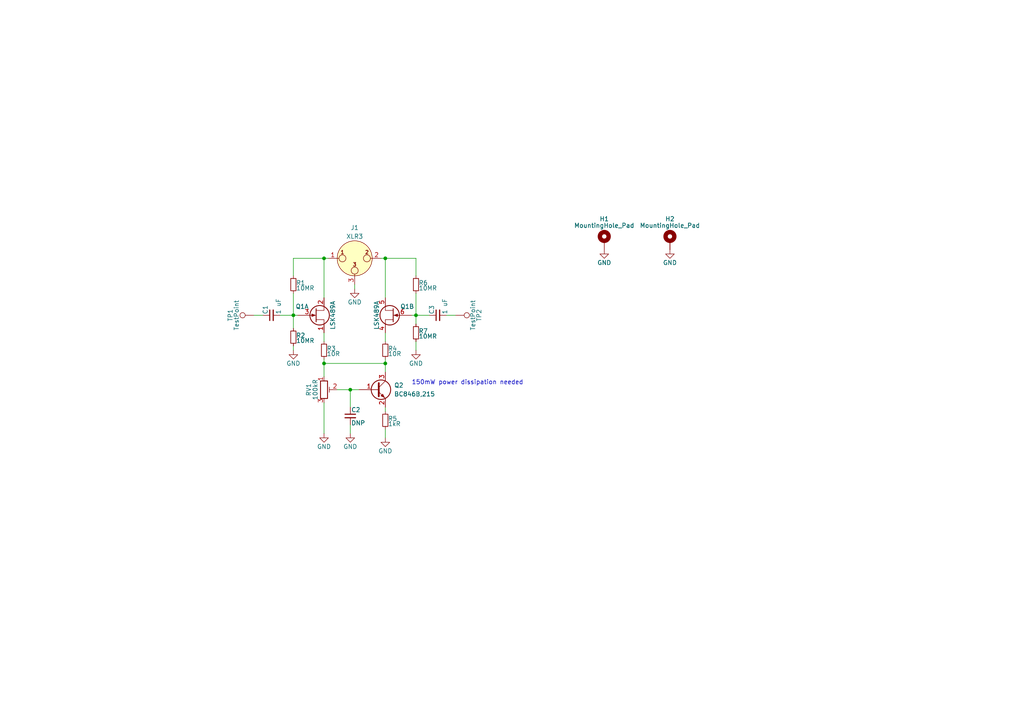
<source format=kicad_sch>
(kicad_sch (version 20211123) (generator eeschema)
  (paper "A4")
  (lib_symbols
    (symbol "Connector:TestPoint" (pin_numbers hide) (pin_names (offset 0.762) hide)
      (property "Reference" "TP" (at 0 6.858 0))
      (property "Value" "TestPoint" (at 0 5.08 0))
      (symbol "TestPoint_0_1"
        (circle (center 0 3.302) (radius 0.762))
      )
      (symbol "TestPoint_1_1"
        (pin passive line (at 0 0 90) (length 2.54) (name "1") (number "1"))
      )
    )
    (symbol "Connector:XLR3" (pin_names hide)
      (property "Reference" "J" (at 0 8.89 0))
      (property "Value" "XLR3" (at 0 6.35 0))
      (symbol "XLR3_0_1"
        (circle (center -3.556 0) (radius 1.016))
        (circle (center 0 -3.556) (radius 1.016))
        (polyline (pts (xy -5.08 0) (xy -4.572 0)))
        (polyline (pts (xy 0 -5.08) (xy 0 -4.572)))
        (polyline (pts (xy 5.08 0) (xy 4.572 0)))
        (circle (center 0 0) (radius 5.08) (fill (type background)))
        (circle (center 3.556 0) (radius 1.016))
        (text "1" (at -3.556 1.778 0) (effects (font (size 1.016 1.016) bold)))
        (text "2" (at 3.556 1.778 0) (effects (font (size 1.016 1.016) bold)))
        (text "3" (at 0 -1.778 0) (effects (font (size 1.016 1.016) bold)))
        (pin passive line (at -7.62 0 0) (length 2.54) (name "~") (number "1"))
        (pin passive line (at 7.62 0 180) (length 2.54) (name "~") (number "2"))
        (pin passive line (at 0 -7.62 90) (length 2.54) (name "~") (number "3"))
      )
    )
    (symbol "Device:C_Small" (pin_numbers hide) (pin_names (offset 0.254) hide)
      (property "Reference" "C" (at 0.254 1.778 0))
      (property "Value" "C_Small" (at 0.254 -2.032 0))
      (symbol "C_Small_0_1"
        (polyline (pts (xy -1.524 -0.508) (xy 1.524 -0.508)) (stroke (width 0.3302)))
        (polyline (pts (xy -1.524 0.508) (xy 1.524 0.508)) (stroke (width 0.3048)))
      )
      (symbol "C_Small_1_1"
        (pin passive line (at 0 2.54 270) (length 2.032) (name "~") (number "1"))
        (pin passive line (at 0 -2.54 90) (length 2.032) (name "~") (number "2"))
      )
    )
    (symbol "Device:Q_NPN_BEC" (pin_names (offset 0) hide)
      (property "Reference" "Q" (at 5.08 1.27 0))
      (property "Value" "Q_NPN_BEC" (at 5.08 -1.27 0))
      (symbol "Q_NPN_BEC_0_1"
        (polyline (pts (xy 0.635 0.635) (xy 2.54 2.54)))
        (polyline (pts (xy 0.635 -0.635) (xy 2.54 -2.54) (xy 2.54 -2.54)))
        (polyline (pts (xy 0.635 1.905) (xy 0.635 -1.905) (xy 0.635 -1.905)) (stroke (width 0.508)))
        (polyline (pts (xy 1.27 -1.778) (xy 1.778 -1.27) (xy 2.286 -2.286) (xy 1.27 -1.778) (xy 1.27 -1.778)) (fill (type outline)))
        (circle (center 1.27 0) (radius 2.8194) (stroke (width 0.254)))
      )
      (symbol "Q_NPN_BEC_1_1"
        (pin input line (at -5.08 0 0) (length 5.715) (name "B") (number "1"))
        (pin passive line (at 2.54 -5.08 90) (length 2.54) (name "E") (number "2"))
        (pin passive line (at 2.54 5.08 270) (length 2.54) (name "C") (number "3"))
      )
    )
    (symbol "Device:R_Potentiometer_Trim" (pin_names (offset 1.016) hide)
      (property "Reference" "RV" (at -4.445 0 90))
      (property "Value" "R_Potentiometer_Trim" (at -2.54 0 90))
      (symbol "R_Potentiometer_Trim_0_1"
        (polyline (pts (xy 1.524 0.762) (xy 1.524 -0.762)))
        (polyline (pts (xy 2.54 0) (xy 1.524 0)))
        (rectangle (start 1.016 2.54) (end -1.016 -2.54) (stroke (width 0.254)))
      )
      (symbol "R_Potentiometer_Trim_1_1"
        (pin passive line (at 0 3.81 270) (length 1.27) (name "1") (number "1"))
        (pin passive line (at 3.81 0 180) (length 1.27) (name "2") (number "2"))
        (pin passive line (at 0 -3.81 90) (length 1.27) (name "3") (number "3"))
      )
    )
    (symbol "Device:R_Small" (pin_numbers hide) (pin_names (offset 0.254) hide)
      (property "Reference" "R" (at 0.762 0.508 0))
      (property "Value" "R_Small" (at 0.762 -1.016 0))
      (symbol "R_Small_0_1"
        (rectangle (start -0.762 1.778) (end 0.762 -1.778) (stroke (width 0.2032)))
      )
      (symbol "R_Small_1_1"
        (pin passive line (at 0 2.54 270) (length 0.762) (name "~") (number "1"))
        (pin passive line (at 0 -2.54 90) (length 0.762) (name "~") (number "2"))
      )
    )
    (symbol "Mechanical:MountingHole_Pad" (pin_numbers hide) (pin_names (offset 1.016) hide)
      (property "Reference" "H" (at 0 6.35 0))
      (property "Value" "MountingHole_Pad" (at 0 4.445 0))
      (symbol "MountingHole_Pad_0_1"
        (circle (center 0 1.27) (radius 1.27) (stroke (width 1.27)))
      )
      (symbol "MountingHole_Pad_1_1"
        (pin input line (at 0 -2.54 90) (length 2.54) (name "1") (number "1"))
      )
    )
    (symbol "power:GND" (power) (pin_names (offset 0))
      (property "Value" "GND" (at 0 -3.81 0))
      (symbol "GND_0_1"
        (polyline (pts (xy 0 0) (xy 0 -1.27) (xy 1.27 -1.27) (xy 0 -2.54) (xy -1.27 -1.27) (xy 0 -1.27)))
      )
      (symbol "GND_1_1"
        (pin power_in line (at 0 0 270) (length 0) hide (name "GND") (number "1"))
      )
    )
    (symbol "preamp-parts:LSK489A" (pin_names hide)
      (property "Reference" "Q" (at -5.08 2.54 0))
      (property "Value" "LSK489A" (at 3.81 0 90))
      (symbol "LSK489A_0_1"
        (polyline (pts (xy -1.016 1.905) (xy -1.016 -1.905) (xy -1.016 -1.905)) (stroke (width 0.254)))
        (polyline (pts (xy 1.27 -2.54) (xy 1.27 -1.27) (xy -1.016 -1.27)))
        (polyline (pts (xy 1.27 2.54) (xy 1.27 1.397) (xy -1.016 1.397)))
        (polyline (pts (xy -1.27 0) (xy -2.286 0.381) (xy -2.286 -0.381) (xy -1.27 0)) (fill (type outline)))
        (circle (center 0 0) (radius 2.8194) (stroke (width 0.254)))
      )
      (symbol "LSK489A_1_1"
        (pin passive line (at 1.27 -5.08 90) (length 2.54) (name "S1") (number "1"))
        (pin passive line (at 1.27 5.08 270) (length 2.54) (name "D1") (number "2"))
        (pin input line (at -6.35 0 0) (length 5.334) (name "G1") (number "3"))
      )
      (symbol "LSK489A_2_1"
        (pin passive line (at 1.27 -5.08 90) (length 2.54) (name "S2") (number "4"))
        (pin passive line (at 1.27 5.08 270) (length 2.54) (name "D2") (number "5"))
        (pin input line (at -6.35 0 0) (length 5.334) (name "G2") (number "6"))
      )
    )
  )
  (junction (at 93.98 105.41))
  (junction (at 101.6 113.03))
  (junction (at 93.98 74.93))
  (junction (at 85.09 91.44))
  (junction (at 111.76 105.41))
  (junction (at 120.65 91.44))
  (junction (at 111.76 74.93))
  (wire (pts (xy 97.79 113.03) (xy 101.6 113.03)))
  (wire (pts (xy 120.65 74.93) (xy 111.76 74.93)))
  (wire (pts (xy 111.76 74.93) (xy 111.76 86.36)))
  (wire (pts (xy 95.25 74.93) (xy 93.98 74.93)))
  (wire (pts (xy 85.09 74.93) (xy 93.98 74.93)))
  (wire (pts (xy 93.98 96.52) (xy 93.98 99.06)))
  (wire (pts (xy 85.09 100.33) (xy 85.09 101.6)))
  (wire (pts (xy 73.66 91.44) (xy 76.2 91.44)))
  (wire (pts (xy 120.65 91.44) (xy 124.46 91.44)))
  (wire (pts (xy 120.65 91.44) (xy 120.65 93.98)))
  (wire (pts (xy 111.76 105.41) (xy 111.76 107.95)))
  (wire (pts (xy 111.76 127) (xy 111.76 124.46)))
  (wire (pts (xy 85.09 91.44) (xy 86.36 91.44)))
  (wire (pts (xy 85.09 80.01) (xy 85.09 74.93)))
  (wire (pts (xy 102.87 82.55) (xy 102.87 83.82)))
  (wire (pts (xy 85.09 85.09) (xy 85.09 91.44)))
  (wire (pts (xy 101.6 113.03) (xy 101.6 118.11)))
  (wire (pts (xy 93.98 74.93) (xy 93.98 86.36)))
  (wire (pts (xy 81.28 91.44) (xy 85.09 91.44)))
  (wire (pts (xy 93.98 105.41) (xy 111.76 105.41)))
  (wire (pts (xy 93.98 105.41) (xy 93.98 109.22)))
  (wire (pts (xy 111.76 105.41) (xy 111.76 104.14)))
  (wire (pts (xy 111.76 96.52) (xy 111.76 99.06)))
  (wire (pts (xy 111.76 118.11) (xy 111.76 119.38)))
  (wire (pts (xy 110.49 74.93) (xy 111.76 74.93)))
  (wire (pts (xy 93.98 104.14) (xy 93.98 105.41)))
  (wire (pts (xy 129.54 91.44) (xy 132.08 91.44)))
  (wire (pts (xy 93.98 116.84) (xy 93.98 125.73)))
  (wire (pts (xy 85.09 91.44) (xy 85.09 95.25)))
  (wire (pts (xy 120.65 99.06) (xy 120.65 101.6)))
  (wire (pts (xy 101.6 113.03) (xy 104.14 113.03)))
  (wire (pts (xy 120.65 80.01) (xy 120.65 74.93)))
  (wire (pts (xy 120.65 91.44) (xy 119.38 91.44)))
  (wire (pts (xy 120.65 85.09) (xy 120.65 91.44)))
  (wire (pts (xy 101.6 123.19) (xy 101.6 125.73)))
  (text "150mW power dissipation needed" (at 119.38 111.76 0) (effects (font (size 1.27 1.27)) (justify left bottom)))
  (symbol (lib_id "power:GND") (at 102.87 83.82 0) (unit 1)
    (property "Reference" "#PWR04" (effects hide))
    (property "Value" "GND" (at 102.87 87.63 0))
  )
  (symbol (lib_id "power:GND") (at 120.65 101.6 0) (unit 1)
    (property "Reference" "#PWR06" (effects hide))
    (property "Value" "GND" (at 120.65 105.41 0))
  )
  (symbol (lib_id "Device:R_Small") (at 111.76 101.6 0) (unit 1)
    (property "Reference" "R4" (at 112.522 101.092 0) (effects (justify left)))
    (property "Value" "10R" (at 112.522 102.616 0) (effects (justify left)))
    (property "Footprint" "Resistor_SMD:R_0402_1005Metric_Pad0.72x0.64mm_HandSolder" (effects hide))
    (property "Digikey" "A119919CT-ND" (effects hide))
  )
  (symbol (lib_id "Device:R_Small") (at 85.09 82.55 0) (unit 1)
    (property "Reference" "R1" (at 85.852 82.042 0) (effects (justify left)))
    (property "Value" "10MR" (at 85.852 83.566 0) (effects (justify left)))
    (property "Footprint" "Resistor_SMD:R_0603_1608Metric_Pad0.98x0.95mm_HandSolder" (effects hide))
    (property "Digikey" "RHM10.0MAYCT-ND" (effects hide))
  )
  (symbol (lib_id "Mechanical:MountingHole_Pad") (at 175.26 69.85 0) (unit 1)
    (property "Reference" "H1" (at 175.26 63.5 0))
    (property "Value" "MountingHole_Pad" (at 175.26 65.405 0))
    (property "Footprint" "MountingHole:MountingHole_2.7mm_M2.5_DIN965_Pad" (effects hide))
  )
  (symbol (lib_id "Device:R_Small") (at 111.76 121.92 0) (unit 1)
    (property "Reference" "R5" (at 112.522 121.412 0) (effects (justify left)))
    (property "Value" "1kR" (at 112.522 122.936 0) (effects (justify left)))
    (property "Footprint" "Resistor_SMD:R_0805_2012Metric_Pad1.20x1.40mm_HandSolder" (effects hide))
    (property "Digikey" "RNCP0805FTD1K00CT-ND" (effects hide))
  )
  (symbol (lib_id "Device:R_Small") (at 120.65 96.52 0) (unit 1)
    (property "Reference" "R7" (at 121.412 96.012 0) (effects (justify left)))
    (property "Value" "10MR" (at 121.412 97.536 0) (effects (justify left)))
    (property "Footprint" "Resistor_SMD:R_0603_1608Metric_Pad0.98x0.95mm_HandSolder" (effects hide))
    (property "Digikey" "RHM10.0MAYCT-ND" (effects hide))
  )
  (symbol (lib_id "Device:Q_NPN_BEC") (at 109.22 113.03 0) (unit 1)
    (property "Reference" "Q2" (at 114.3 111.76 0) (effects (justify left)))
    (property "Value" "BC846B,215" (at 114.3 114.3 0) (effects (justify left)))
    (property "Footprint" "Package_TO_SOT_SMD:SOT-323_SC-70_Handsoldering" (effects hide))
    (property "Digikey" "1727-2920-2-ND" (effects hide))
  )
  (symbol (lib_id "preamp-parts:LSK489A") (at 92.71 91.44 0) (unit 1)
    (property "Reference" "Q1" (at 87.63 88.9 0))
    (property "Value" "LSK489A" (at 96.52 91.44 90))
    (property "Footprint" "Package_TO_SOT_THT:TO-39-6" (effects hide))
  )
  (symbol (lib_id "power:GND") (at 93.98 125.73 0) (unit 1)
    (property "Reference" "#PWR02" (effects hide))
    (property "Value" "GND" (at 93.98 129.54 0))
  )
  (symbol (lib_id "Connector:TestPoint") (at 73.66 91.44 90) (unit 1)
    (property "Reference" "TP1" (at 66.802 91.44 0))
    (property "Value" "TestPoint" (at 68.58 91.44 0))
    (property "Footprint" "Connector_PinHeader_2.54mm:PinHeader_1x01_P2.54mm_Vertical" (effects hide))
  )
  (symbol (lib_id "Connector:XLR3") (at 102.87 74.93 0) (unit 1)
    (property "Reference" "J1" (at 102.87 66.04 0))
    (property "Value" "XLR3" (at 102.87 68.58 0))
    (property "Footprint" "Connector_Audio:Jack_XLR_Neutrik_NC3MAAH-0_Horizontal" (effects hide))
    (property "Datasheet" " ~" (effects hide))
    (property "Mouser" " 568-NC3MAAH-0" (effects hide))
  )
  (symbol (lib_id "power:GND") (at 111.76 127 0) (unit 1)
    (property "Reference" "#PWR05" (effects hide))
    (property "Value" "GND" (at 111.76 130.81 0))
  )
  (symbol (lib_id "power:GND") (at 194.31 72.39 0) (unit 1)
    (property "Reference" "#PWR08" (effects hide))
    (property "Value" "GND" (at 194.31 76.2 0))
  )
  (symbol (lib_id "power:GND") (at 85.09 101.6 0) (unit 1)
    (property "Reference" "#PWR01" (effects hide))
    (property "Value" "GND" (at 85.09 105.41 0))
  )
  (symbol (lib_id "Device:C_Small") (at 127 91.44 90) (unit 1)
    (property "Reference" "C3" (at 125.222 91.186 0) (effects (justify left)))
    (property "Value" "1 uF" (at 129.032 91.186 0) (effects (justify left)))
    (property "Footprint" "Capacitor_THT:C_Rect_L7.2mm_W5.5mm_P5.00mm_FKS2_FKP2_MKS2_MKP2" (effects hide))
    (property "Digikey" "399-5447-1-ND" (effects hide))
  )
  (symbol (lib_id "Device:C_Small") (at 78.74 91.44 90) (unit 1)
    (property "Reference" "C1" (at 76.962 91.186 0) (effects (justify left)))
    (property "Value" "1 uF" (at 80.772 91.186 0) (effects (justify left)))
    (property "Footprint" "Capacitor_THT:C_Rect_L7.2mm_W5.5mm_P5.00mm_FKS2_FKP2_MKS2_MKP2" (effects hide))
    (property "Digikey" "399-5447-1-ND" (effects hide))
  )
  (symbol (lib_id "power:GND") (at 175.26 72.39 0) (unit 1)
    (property "Reference" "#PWR07" (effects hide))
    (property "Value" "GND" (at 175.26 76.2 0))
  )
  (symbol (lib_id "Device:R_Small") (at 85.09 97.79 0) (unit 1)
    (property "Reference" "R2" (at 85.852 97.282 0) (effects (justify left)))
    (property "Value" "10MR" (at 85.852 98.806 0) (effects (justify left)))
    (property "Footprint" "Resistor_SMD:R_0603_1608Metric_Pad0.98x0.95mm_HandSolder" (effects hide))
    (property "Digikey" "RHM10.0MAYCT-ND" (effects hide))
  )
  (symbol (lib_id "Connector:TestPoint") (at 132.08 91.44 270) (unit 1)
    (property "Reference" "TP2" (at 138.938 91.44 0))
    (property "Value" "TestPoint" (at 137.16 91.44 0))
    (property "Footprint" "Connector_PinHeader_2.54mm:PinHeader_1x01_P2.54mm_Vertical" (effects hide))
  )
  (symbol (lib_id "power:GND") (at 101.6 125.73 0) (unit 1)
    (property "Reference" "#PWR03" (effects hide))
    (property "Value" "GND" (at 101.6 129.54 0))
  )
  (symbol (lib_id "Device:R_Potentiometer_Trim") (at 93.98 113.03 0) (unit 1)
    (property "Reference" "RV1" (at 89.535 113.03 90))
    (property "Value" "100kR" (at 91.44 113.03 90))
    (property "Footprint" "Potentiometer_THT:Potentiometer_Bourns_3299P_Horizontal" (effects hide))
    (property "Digikey" "3299P-104LF-ND" (effects hide))
  )
  (symbol (lib_id "Device:C_Small") (at 101.6 120.65 0) (unit 1)
    (property "Reference" "C2" (at 101.854 118.872 0) (effects (justify left)))
    (property "Value" "DNP" (at 101.854 122.682 0) (effects (justify left)))
    (property "Footprint" "Resistor_SMD:R_0603_1608Metric_Pad0.98x0.95mm_HandSolder" (effects hide))
  )
  (symbol (lib_id "Mechanical:MountingHole_Pad") (at 194.31 69.85 0) (unit 1)
    (property "Reference" "H2" (at 194.31 63.5 0))
    (property "Value" "MountingHole_Pad" (at 194.31 65.405 0))
    (property "Footprint" "MountingHole:MountingHole_3.2mm_M3_DIN965_Pad" (effects hide))
  )
  (symbol (lib_id "Device:R_Small") (at 93.98 101.6 0) (unit 1)
    (property "Reference" "R3" (at 94.742 101.092 0) (effects (justify left)))
    (property "Value" "10R" (at 94.742 102.616 0) (effects (justify left)))
    (property "Footprint" "Resistor_SMD:R_0402_1005Metric_Pad0.72x0.64mm_HandSolder" (effects hide))
    (property "Digikey" "A119919CT-ND" (effects hide))
  )
  (symbol (lib_id "Device:R_Small") (at 120.65 82.55 0) (unit 1)
    (property "Reference" "R6" (at 121.412 82.042 0) (effects (justify left)))
    (property "Value" "10MR" (at 121.412 83.566 0) (effects (justify left)))
    (property "Footprint" "Resistor_SMD:R_0603_1608Metric_Pad0.98x0.95mm_HandSolder" (effects hide))
    (property "Digikey" "RHM10.0MAYCT-ND" (effects hide))
  )
  (symbol (lib_id "preamp-parts:LSK489A") (at 113.03 91.44 0) (mirror y) (unit 2)
    (property "Reference" "Q1" (at 118.11 88.9 0))
    (property "Value" "LSK489A" (at 109.22 91.44 90))
    (property "Footprint" "Package_TO_SOT_THT:TO-39-6" (effects hide))
  )
)
</source>
